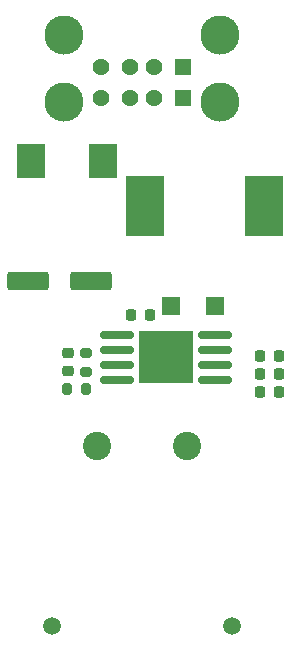
<source format=gbr>
%TF.GenerationSoftware,KiCad,Pcbnew,6.0.2+dfsg-1*%
%TF.CreationDate,2022-12-10T13:13:51-05:00*%
%TF.ProjectId,5v-8a-ps,35762d38-612d-4707-932e-6b696361645f,rev?*%
%TF.SameCoordinates,Original*%
%TF.FileFunction,Soldermask,Top*%
%TF.FilePolarity,Negative*%
%FSLAX46Y46*%
G04 Gerber Fmt 4.6, Leading zero omitted, Abs format (unit mm)*
G04 Created by KiCad (PCBNEW 6.0.2+dfsg-1) date 2022-12-10 13:13:51*
%MOMM*%
%LPD*%
G01*
G04 APERTURE LIST*
G04 Aperture macros list*
%AMRoundRect*
0 Rectangle with rounded corners*
0 $1 Rounding radius*
0 $2 $3 $4 $5 $6 $7 $8 $9 X,Y pos of 4 corners*
0 Add a 4 corners polygon primitive as box body*
4,1,4,$2,$3,$4,$5,$6,$7,$8,$9,$2,$3,0*
0 Add four circle primitives for the rounded corners*
1,1,$1+$1,$2,$3*
1,1,$1+$1,$4,$5*
1,1,$1+$1,$6,$7*
1,1,$1+$1,$8,$9*
0 Add four rect primitives between the rounded corners*
20,1,$1+$1,$2,$3,$4,$5,0*
20,1,$1+$1,$4,$5,$6,$7,0*
20,1,$1+$1,$6,$7,$8,$9,0*
20,1,$1+$1,$8,$9,$2,$3,0*%
G04 Aperture macros list end*
%ADD10R,2.400000X2.900000*%
%ADD11RoundRect,0.175000X-1.250000X-0.175000X1.250000X-0.175000X1.250000X0.175000X-1.250000X0.175000X0*%
%ADD12R,4.570000X4.450000*%
%ADD13RoundRect,0.200000X-0.200000X-0.275000X0.200000X-0.275000X0.200000X0.275000X-0.200000X0.275000X0*%
%ADD14R,3.200000X5.100000*%
%ADD15R,1.530000X1.630000*%
%ADD16RoundRect,0.225000X-0.250000X0.225000X-0.250000X-0.225000X0.250000X-0.225000X0.250000X0.225000X0*%
%ADD17RoundRect,0.225000X-0.225000X-0.250000X0.225000X-0.250000X0.225000X0.250000X-0.225000X0.250000X0*%
%ADD18RoundRect,0.250000X-1.500000X-0.550000X1.500000X-0.550000X1.500000X0.550000X-1.500000X0.550000X0*%
%ADD19C,1.500000*%
%ADD20C,2.400000*%
%ADD21RoundRect,0.200000X0.275000X-0.200000X0.275000X0.200000X-0.275000X0.200000X-0.275000X-0.200000X0*%
%ADD22C,3.316000*%
%ADD23C,1.428000*%
%ADD24R,1.428000X1.428000*%
G04 APERTURE END LIST*
D10*
%TO.C,C6*%
X75440000Y-86360000D03*
X69340000Y-86360000D03*
%TD*%
D11*
%TO.C,U4*%
X76622000Y-101092000D03*
X76622000Y-102362000D03*
X76622000Y-103632000D03*
X76622000Y-104902000D03*
X84922000Y-104902000D03*
X84922000Y-103632000D03*
X84922000Y-102362000D03*
X84922000Y-101092000D03*
D12*
X80772000Y-102997000D03*
%TD*%
D13*
%TO.C,R2*%
X72391000Y-105727000D03*
X74041000Y-105727000D03*
%TD*%
D14*
%TO.C,L1*%
X89094000Y-90170000D03*
X78994000Y-90170000D03*
%TD*%
D15*
%TO.C,D1*%
X84958000Y-98679000D03*
X81158000Y-98679000D03*
%TD*%
D16*
%TO.C,C7*%
X72517000Y-102616000D03*
X72517000Y-104166000D03*
%TD*%
D17*
%TO.C,C5*%
X88760000Y-105918000D03*
X90310000Y-105918000D03*
%TD*%
%TO.C,C4*%
X88760000Y-102870000D03*
X90310000Y-102870000D03*
%TD*%
%TO.C,C3*%
X88760000Y-104394000D03*
X90310000Y-104394000D03*
%TD*%
%TO.C,C2*%
X77838000Y-99441000D03*
X79388000Y-99441000D03*
%TD*%
D18*
%TO.C,C1*%
X69055000Y-96520000D03*
X74455000Y-96520000D03*
%TD*%
D19*
%TO.C,U1*%
X71120000Y-125730000D03*
X86360000Y-125730000D03*
D20*
X74930000Y-110490000D03*
X82550000Y-110490000D03*
%TD*%
D21*
%TO.C,R1*%
X74041000Y-104266000D03*
X74041000Y-102616000D03*
%TD*%
D22*
%TO.C,J1*%
X72170000Y-75720000D03*
X85310000Y-75720000D03*
X72170000Y-81400000D03*
X85310000Y-81400000D03*
D23*
X75240000Y-81050000D03*
X77740000Y-81050000D03*
X79740000Y-81050000D03*
D24*
X82240000Y-81050000D03*
D23*
X75240000Y-78430000D03*
X77740000Y-78430000D03*
X79740000Y-78430000D03*
D24*
X82240000Y-78430000D03*
%TD*%
M02*

</source>
